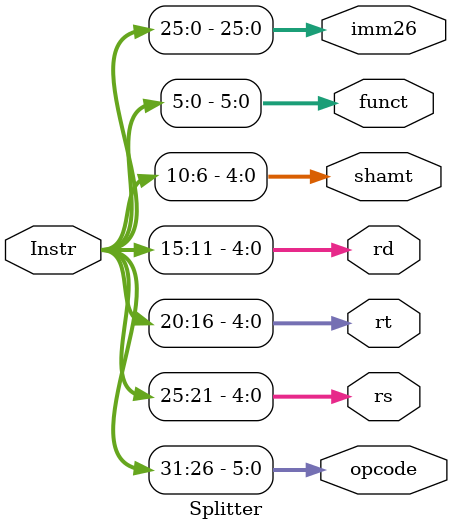
<source format=v>
`timescale 1ns / 1ps
module Splitter(
    input [31:0] Instr,
    output [5:0] opcode,
    output [4:0] rs,
    output [4:0] rt,
    output [4:0] rd,
    output [4:0] shamt,
    output [5:0] funct,
    output [25:0] imm26
    );
    assign opcode = Instr[31:26];   
    assign rs = Instr[25:21];
    assign rt = Instr[20:16];
    assign rd = Instr[15:11];
    assign shamt = Instr[10:6];
    assign funct = Instr[5:0];
    assign imm26 = Instr[25:0];

endmodule

</source>
